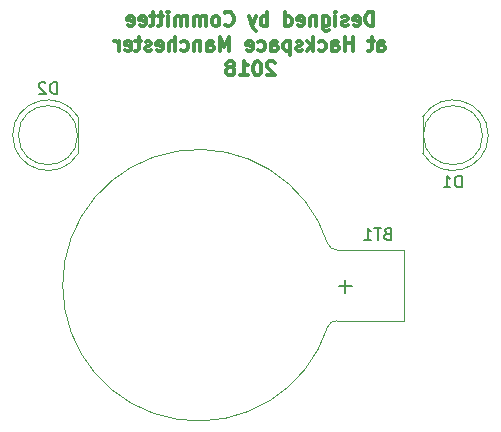
<source format=gbr>
G04 #@! TF.FileFunction,Legend,Bot*
%FSLAX46Y46*%
G04 Gerber Fmt 4.6, Leading zero omitted, Abs format (unit mm)*
G04 Created by KiCad (PCBNEW 4.0.7+dfsg1-1) date Sat Apr  7 12:07:35 2018*
%MOMM*%
%LPD*%
G01*
G04 APERTURE LIST*
%ADD10C,0.100000*%
%ADD11C,0.300000*%
%ADD12C,0.120000*%
%ADD13C,0.150000*%
G04 APERTURE END LIST*
D10*
D11*
X160259999Y-83452857D02*
X160259999Y-82252857D01*
X159974284Y-82252857D01*
X159802856Y-82310000D01*
X159688570Y-82424286D01*
X159631427Y-82538571D01*
X159574284Y-82767143D01*
X159574284Y-82938571D01*
X159631427Y-83167143D01*
X159688570Y-83281429D01*
X159802856Y-83395714D01*
X159974284Y-83452857D01*
X160259999Y-83452857D01*
X158602856Y-83395714D02*
X158717142Y-83452857D01*
X158945713Y-83452857D01*
X159059999Y-83395714D01*
X159117142Y-83281429D01*
X159117142Y-82824286D01*
X159059999Y-82710000D01*
X158945713Y-82652857D01*
X158717142Y-82652857D01*
X158602856Y-82710000D01*
X158545713Y-82824286D01*
X158545713Y-82938571D01*
X159117142Y-83052857D01*
X158088571Y-83395714D02*
X157974285Y-83452857D01*
X157745713Y-83452857D01*
X157631428Y-83395714D01*
X157574285Y-83281429D01*
X157574285Y-83224286D01*
X157631428Y-83110000D01*
X157745713Y-83052857D01*
X157917142Y-83052857D01*
X158031428Y-82995714D01*
X158088571Y-82881429D01*
X158088571Y-82824286D01*
X158031428Y-82710000D01*
X157917142Y-82652857D01*
X157745713Y-82652857D01*
X157631428Y-82710000D01*
X157059999Y-83452857D02*
X157059999Y-82652857D01*
X157059999Y-82252857D02*
X157117142Y-82310000D01*
X157059999Y-82367143D01*
X157002856Y-82310000D01*
X157059999Y-82252857D01*
X157059999Y-82367143D01*
X155974284Y-82652857D02*
X155974284Y-83624286D01*
X156031427Y-83738571D01*
X156088570Y-83795714D01*
X156202855Y-83852857D01*
X156374284Y-83852857D01*
X156488570Y-83795714D01*
X155974284Y-83395714D02*
X156088570Y-83452857D01*
X156317141Y-83452857D01*
X156431427Y-83395714D01*
X156488570Y-83338571D01*
X156545713Y-83224286D01*
X156545713Y-82881429D01*
X156488570Y-82767143D01*
X156431427Y-82710000D01*
X156317141Y-82652857D01*
X156088570Y-82652857D01*
X155974284Y-82710000D01*
X155402856Y-82652857D02*
X155402856Y-83452857D01*
X155402856Y-82767143D02*
X155345713Y-82710000D01*
X155231427Y-82652857D01*
X155059999Y-82652857D01*
X154945713Y-82710000D01*
X154888570Y-82824286D01*
X154888570Y-83452857D01*
X153859999Y-83395714D02*
X153974285Y-83452857D01*
X154202856Y-83452857D01*
X154317142Y-83395714D01*
X154374285Y-83281429D01*
X154374285Y-82824286D01*
X154317142Y-82710000D01*
X154202856Y-82652857D01*
X153974285Y-82652857D01*
X153859999Y-82710000D01*
X153802856Y-82824286D01*
X153802856Y-82938571D01*
X154374285Y-83052857D01*
X152774285Y-83452857D02*
X152774285Y-82252857D01*
X152774285Y-83395714D02*
X152888571Y-83452857D01*
X153117142Y-83452857D01*
X153231428Y-83395714D01*
X153288571Y-83338571D01*
X153345714Y-83224286D01*
X153345714Y-82881429D01*
X153288571Y-82767143D01*
X153231428Y-82710000D01*
X153117142Y-82652857D01*
X152888571Y-82652857D01*
X152774285Y-82710000D01*
X151288571Y-83452857D02*
X151288571Y-82252857D01*
X151288571Y-82710000D02*
X151174285Y-82652857D01*
X150945714Y-82652857D01*
X150831428Y-82710000D01*
X150774285Y-82767143D01*
X150717142Y-82881429D01*
X150717142Y-83224286D01*
X150774285Y-83338571D01*
X150831428Y-83395714D01*
X150945714Y-83452857D01*
X151174285Y-83452857D01*
X151288571Y-83395714D01*
X150317142Y-82652857D02*
X150031428Y-83452857D01*
X149745714Y-82652857D02*
X150031428Y-83452857D01*
X150145714Y-83738571D01*
X150202857Y-83795714D01*
X150317142Y-83852857D01*
X147688570Y-83338571D02*
X147745713Y-83395714D01*
X147917142Y-83452857D01*
X148031428Y-83452857D01*
X148202856Y-83395714D01*
X148317142Y-83281429D01*
X148374285Y-83167143D01*
X148431428Y-82938571D01*
X148431428Y-82767143D01*
X148374285Y-82538571D01*
X148317142Y-82424286D01*
X148202856Y-82310000D01*
X148031428Y-82252857D01*
X147917142Y-82252857D01*
X147745713Y-82310000D01*
X147688570Y-82367143D01*
X147002856Y-83452857D02*
X147117142Y-83395714D01*
X147174285Y-83338571D01*
X147231428Y-83224286D01*
X147231428Y-82881429D01*
X147174285Y-82767143D01*
X147117142Y-82710000D01*
X147002856Y-82652857D01*
X146831428Y-82652857D01*
X146717142Y-82710000D01*
X146659999Y-82767143D01*
X146602856Y-82881429D01*
X146602856Y-83224286D01*
X146659999Y-83338571D01*
X146717142Y-83395714D01*
X146831428Y-83452857D01*
X147002856Y-83452857D01*
X146088571Y-83452857D02*
X146088571Y-82652857D01*
X146088571Y-82767143D02*
X146031428Y-82710000D01*
X145917142Y-82652857D01*
X145745714Y-82652857D01*
X145631428Y-82710000D01*
X145574285Y-82824286D01*
X145574285Y-83452857D01*
X145574285Y-82824286D02*
X145517142Y-82710000D01*
X145402856Y-82652857D01*
X145231428Y-82652857D01*
X145117142Y-82710000D01*
X145059999Y-82824286D01*
X145059999Y-83452857D01*
X144488571Y-83452857D02*
X144488571Y-82652857D01*
X144488571Y-82767143D02*
X144431428Y-82710000D01*
X144317142Y-82652857D01*
X144145714Y-82652857D01*
X144031428Y-82710000D01*
X143974285Y-82824286D01*
X143974285Y-83452857D01*
X143974285Y-82824286D02*
X143917142Y-82710000D01*
X143802856Y-82652857D01*
X143631428Y-82652857D01*
X143517142Y-82710000D01*
X143459999Y-82824286D01*
X143459999Y-83452857D01*
X142888571Y-83452857D02*
X142888571Y-82652857D01*
X142888571Y-82252857D02*
X142945714Y-82310000D01*
X142888571Y-82367143D01*
X142831428Y-82310000D01*
X142888571Y-82252857D01*
X142888571Y-82367143D01*
X142488570Y-82652857D02*
X142031427Y-82652857D01*
X142317142Y-82252857D02*
X142317142Y-83281429D01*
X142259999Y-83395714D01*
X142145713Y-83452857D01*
X142031427Y-83452857D01*
X141802856Y-82652857D02*
X141345713Y-82652857D01*
X141631428Y-82252857D02*
X141631428Y-83281429D01*
X141574285Y-83395714D01*
X141459999Y-83452857D01*
X141345713Y-83452857D01*
X140488571Y-83395714D02*
X140602857Y-83452857D01*
X140831428Y-83452857D01*
X140945714Y-83395714D01*
X141002857Y-83281429D01*
X141002857Y-82824286D01*
X140945714Y-82710000D01*
X140831428Y-82652857D01*
X140602857Y-82652857D01*
X140488571Y-82710000D01*
X140431428Y-82824286D01*
X140431428Y-82938571D01*
X141002857Y-83052857D01*
X139460000Y-83395714D02*
X139574286Y-83452857D01*
X139802857Y-83452857D01*
X139917143Y-83395714D01*
X139974286Y-83281429D01*
X139974286Y-82824286D01*
X139917143Y-82710000D01*
X139802857Y-82652857D01*
X139574286Y-82652857D01*
X139460000Y-82710000D01*
X139402857Y-82824286D01*
X139402857Y-82938571D01*
X139974286Y-83052857D01*
X160688570Y-85552857D02*
X160688570Y-84924286D01*
X160745713Y-84810000D01*
X160859999Y-84752857D01*
X161088570Y-84752857D01*
X161202856Y-84810000D01*
X160688570Y-85495714D02*
X160802856Y-85552857D01*
X161088570Y-85552857D01*
X161202856Y-85495714D01*
X161259999Y-85381429D01*
X161259999Y-85267143D01*
X161202856Y-85152857D01*
X161088570Y-85095714D01*
X160802856Y-85095714D01*
X160688570Y-85038571D01*
X160288570Y-84752857D02*
X159831427Y-84752857D01*
X160117142Y-84352857D02*
X160117142Y-85381429D01*
X160059999Y-85495714D01*
X159945713Y-85552857D01*
X159831427Y-85552857D01*
X158517142Y-85552857D02*
X158517142Y-84352857D01*
X158517142Y-84924286D02*
X157831427Y-84924286D01*
X157831427Y-85552857D02*
X157831427Y-84352857D01*
X156745713Y-85552857D02*
X156745713Y-84924286D01*
X156802856Y-84810000D01*
X156917142Y-84752857D01*
X157145713Y-84752857D01*
X157259999Y-84810000D01*
X156745713Y-85495714D02*
X156859999Y-85552857D01*
X157145713Y-85552857D01*
X157259999Y-85495714D01*
X157317142Y-85381429D01*
X157317142Y-85267143D01*
X157259999Y-85152857D01*
X157145713Y-85095714D01*
X156859999Y-85095714D01*
X156745713Y-85038571D01*
X155659999Y-85495714D02*
X155774285Y-85552857D01*
X156002856Y-85552857D01*
X156117142Y-85495714D01*
X156174285Y-85438571D01*
X156231428Y-85324286D01*
X156231428Y-84981429D01*
X156174285Y-84867143D01*
X156117142Y-84810000D01*
X156002856Y-84752857D01*
X155774285Y-84752857D01*
X155659999Y-84810000D01*
X155145714Y-85552857D02*
X155145714Y-84352857D01*
X155031428Y-85095714D02*
X154688571Y-85552857D01*
X154688571Y-84752857D02*
X155145714Y-85210000D01*
X154231428Y-85495714D02*
X154117142Y-85552857D01*
X153888570Y-85552857D01*
X153774285Y-85495714D01*
X153717142Y-85381429D01*
X153717142Y-85324286D01*
X153774285Y-85210000D01*
X153888570Y-85152857D01*
X154059999Y-85152857D01*
X154174285Y-85095714D01*
X154231428Y-84981429D01*
X154231428Y-84924286D01*
X154174285Y-84810000D01*
X154059999Y-84752857D01*
X153888570Y-84752857D01*
X153774285Y-84810000D01*
X153202856Y-84752857D02*
X153202856Y-85952857D01*
X153202856Y-84810000D02*
X153088570Y-84752857D01*
X152859999Y-84752857D01*
X152745713Y-84810000D01*
X152688570Y-84867143D01*
X152631427Y-84981429D01*
X152631427Y-85324286D01*
X152688570Y-85438571D01*
X152745713Y-85495714D01*
X152859999Y-85552857D01*
X153088570Y-85552857D01*
X153202856Y-85495714D01*
X151602856Y-85552857D02*
X151602856Y-84924286D01*
X151659999Y-84810000D01*
X151774285Y-84752857D01*
X152002856Y-84752857D01*
X152117142Y-84810000D01*
X151602856Y-85495714D02*
X151717142Y-85552857D01*
X152002856Y-85552857D01*
X152117142Y-85495714D01*
X152174285Y-85381429D01*
X152174285Y-85267143D01*
X152117142Y-85152857D01*
X152002856Y-85095714D01*
X151717142Y-85095714D01*
X151602856Y-85038571D01*
X150517142Y-85495714D02*
X150631428Y-85552857D01*
X150859999Y-85552857D01*
X150974285Y-85495714D01*
X151031428Y-85438571D01*
X151088571Y-85324286D01*
X151088571Y-84981429D01*
X151031428Y-84867143D01*
X150974285Y-84810000D01*
X150859999Y-84752857D01*
X150631428Y-84752857D01*
X150517142Y-84810000D01*
X149545714Y-85495714D02*
X149660000Y-85552857D01*
X149888571Y-85552857D01*
X150002857Y-85495714D01*
X150060000Y-85381429D01*
X150060000Y-84924286D01*
X150002857Y-84810000D01*
X149888571Y-84752857D01*
X149660000Y-84752857D01*
X149545714Y-84810000D01*
X149488571Y-84924286D01*
X149488571Y-85038571D01*
X150060000Y-85152857D01*
X148060000Y-85552857D02*
X148060000Y-84352857D01*
X147660000Y-85210000D01*
X147260000Y-84352857D01*
X147260000Y-85552857D01*
X146174285Y-85552857D02*
X146174285Y-84924286D01*
X146231428Y-84810000D01*
X146345714Y-84752857D01*
X146574285Y-84752857D01*
X146688571Y-84810000D01*
X146174285Y-85495714D02*
X146288571Y-85552857D01*
X146574285Y-85552857D01*
X146688571Y-85495714D01*
X146745714Y-85381429D01*
X146745714Y-85267143D01*
X146688571Y-85152857D01*
X146574285Y-85095714D01*
X146288571Y-85095714D01*
X146174285Y-85038571D01*
X145602857Y-84752857D02*
X145602857Y-85552857D01*
X145602857Y-84867143D02*
X145545714Y-84810000D01*
X145431428Y-84752857D01*
X145260000Y-84752857D01*
X145145714Y-84810000D01*
X145088571Y-84924286D01*
X145088571Y-85552857D01*
X144002857Y-85495714D02*
X144117143Y-85552857D01*
X144345714Y-85552857D01*
X144460000Y-85495714D01*
X144517143Y-85438571D01*
X144574286Y-85324286D01*
X144574286Y-84981429D01*
X144517143Y-84867143D01*
X144460000Y-84810000D01*
X144345714Y-84752857D01*
X144117143Y-84752857D01*
X144002857Y-84810000D01*
X143488572Y-85552857D02*
X143488572Y-84352857D01*
X142974286Y-85552857D02*
X142974286Y-84924286D01*
X143031429Y-84810000D01*
X143145715Y-84752857D01*
X143317143Y-84752857D01*
X143431429Y-84810000D01*
X143488572Y-84867143D01*
X141945715Y-85495714D02*
X142060001Y-85552857D01*
X142288572Y-85552857D01*
X142402858Y-85495714D01*
X142460001Y-85381429D01*
X142460001Y-84924286D01*
X142402858Y-84810000D01*
X142288572Y-84752857D01*
X142060001Y-84752857D01*
X141945715Y-84810000D01*
X141888572Y-84924286D01*
X141888572Y-85038571D01*
X142460001Y-85152857D01*
X141431430Y-85495714D02*
X141317144Y-85552857D01*
X141088572Y-85552857D01*
X140974287Y-85495714D01*
X140917144Y-85381429D01*
X140917144Y-85324286D01*
X140974287Y-85210000D01*
X141088572Y-85152857D01*
X141260001Y-85152857D01*
X141374287Y-85095714D01*
X141431430Y-84981429D01*
X141431430Y-84924286D01*
X141374287Y-84810000D01*
X141260001Y-84752857D01*
X141088572Y-84752857D01*
X140974287Y-84810000D01*
X140574286Y-84752857D02*
X140117143Y-84752857D01*
X140402858Y-84352857D02*
X140402858Y-85381429D01*
X140345715Y-85495714D01*
X140231429Y-85552857D01*
X140117143Y-85552857D01*
X139260001Y-85495714D02*
X139374287Y-85552857D01*
X139602858Y-85552857D01*
X139717144Y-85495714D01*
X139774287Y-85381429D01*
X139774287Y-84924286D01*
X139717144Y-84810000D01*
X139602858Y-84752857D01*
X139374287Y-84752857D01*
X139260001Y-84810000D01*
X139202858Y-84924286D01*
X139202858Y-85038571D01*
X139774287Y-85152857D01*
X138688573Y-85552857D02*
X138688573Y-84752857D01*
X138688573Y-84981429D02*
X138631430Y-84867143D01*
X138574287Y-84810000D01*
X138460001Y-84752857D01*
X138345716Y-84752857D01*
X151917143Y-86567143D02*
X151860000Y-86510000D01*
X151745714Y-86452857D01*
X151460000Y-86452857D01*
X151345714Y-86510000D01*
X151288571Y-86567143D01*
X151231428Y-86681429D01*
X151231428Y-86795714D01*
X151288571Y-86967143D01*
X151974285Y-87652857D01*
X151231428Y-87652857D01*
X150488571Y-86452857D02*
X150374286Y-86452857D01*
X150260000Y-86510000D01*
X150202857Y-86567143D01*
X150145714Y-86681429D01*
X150088571Y-86910000D01*
X150088571Y-87195714D01*
X150145714Y-87424286D01*
X150202857Y-87538571D01*
X150260000Y-87595714D01*
X150374286Y-87652857D01*
X150488571Y-87652857D01*
X150602857Y-87595714D01*
X150660000Y-87538571D01*
X150717143Y-87424286D01*
X150774286Y-87195714D01*
X150774286Y-86910000D01*
X150717143Y-86681429D01*
X150660000Y-86567143D01*
X150602857Y-86510000D01*
X150488571Y-86452857D01*
X148945714Y-87652857D02*
X149631429Y-87652857D01*
X149288571Y-87652857D02*
X149288571Y-86452857D01*
X149402857Y-86624286D01*
X149517143Y-86738571D01*
X149631429Y-86795714D01*
X148260000Y-86967143D02*
X148374286Y-86910000D01*
X148431429Y-86852857D01*
X148488572Y-86738571D01*
X148488572Y-86681429D01*
X148431429Y-86567143D01*
X148374286Y-86510000D01*
X148260000Y-86452857D01*
X148031429Y-86452857D01*
X147917143Y-86510000D01*
X147860000Y-86567143D01*
X147802857Y-86681429D01*
X147802857Y-86738571D01*
X147860000Y-86852857D01*
X147917143Y-86910000D01*
X148031429Y-86967143D01*
X148260000Y-86967143D01*
X148374286Y-87024286D01*
X148431429Y-87081429D01*
X148488572Y-87195714D01*
X148488572Y-87424286D01*
X148431429Y-87538571D01*
X148374286Y-87595714D01*
X148260000Y-87652857D01*
X148031429Y-87652857D01*
X147917143Y-87595714D01*
X147860000Y-87538571D01*
X147802857Y-87424286D01*
X147802857Y-87195714D01*
X147860000Y-87081429D01*
X147917143Y-87024286D01*
X148031429Y-86967143D01*
D12*
X133959329Y-105364719D02*
G75*
G03X156405000Y-108910000I11495671J-45281D01*
G01*
X156403246Y-108936384D02*
G75*
G02X157155000Y-108410000I751754J-273616D01*
G01*
X133959329Y-105455281D02*
G75*
G02X156405000Y-101910000I11495671J45281D01*
G01*
X156403246Y-101883616D02*
G75*
G03X157155000Y-102410000I751754J273616D01*
G01*
X162855000Y-102410000D02*
X157155000Y-102410000D01*
X162855000Y-108410000D02*
X162855000Y-102410000D01*
X162855000Y-108410000D02*
X157155000Y-108410000D01*
X169995000Y-92709538D02*
G75*
G02X164445000Y-94254830I-2990000J-462D01*
G01*
X169995000Y-92710462D02*
G75*
G03X164445000Y-91165170I-2990000J462D01*
G01*
X169505000Y-92710000D02*
G75*
G03X169505000Y-92710000I-2500000J0D01*
G01*
X164445000Y-94255000D02*
X164445000Y-91165000D01*
X129725000Y-92710462D02*
G75*
G02X135275000Y-91165170I2990000J462D01*
G01*
X129725000Y-92709538D02*
G75*
G03X135275000Y-94254830I2990000J-462D01*
G01*
X135215000Y-92710000D02*
G75*
G03X135215000Y-92710000I-2500000J0D01*
G01*
X135275000Y-91165000D02*
X135275000Y-94255000D01*
D13*
X161440714Y-101038571D02*
X161297857Y-101086190D01*
X161250238Y-101133810D01*
X161202619Y-101229048D01*
X161202619Y-101371905D01*
X161250238Y-101467143D01*
X161297857Y-101514762D01*
X161393095Y-101562381D01*
X161774048Y-101562381D01*
X161774048Y-100562381D01*
X161440714Y-100562381D01*
X161345476Y-100610000D01*
X161297857Y-100657619D01*
X161250238Y-100752857D01*
X161250238Y-100848095D01*
X161297857Y-100943333D01*
X161345476Y-100990952D01*
X161440714Y-101038571D01*
X161774048Y-101038571D01*
X160916905Y-100562381D02*
X160345476Y-100562381D01*
X160631191Y-101562381D02*
X160631191Y-100562381D01*
X159488333Y-101562381D02*
X160059762Y-101562381D01*
X159774048Y-101562381D02*
X159774048Y-100562381D01*
X159869286Y-100705238D01*
X159964524Y-100800476D01*
X160059762Y-100848095D01*
X158476428Y-105517143D02*
X157333571Y-105517143D01*
X157905000Y-106088571D02*
X157905000Y-104945714D01*
X167743095Y-97122381D02*
X167743095Y-96122381D01*
X167505000Y-96122381D01*
X167362142Y-96170000D01*
X167266904Y-96265238D01*
X167219285Y-96360476D01*
X167171666Y-96550952D01*
X167171666Y-96693810D01*
X167219285Y-96884286D01*
X167266904Y-96979524D01*
X167362142Y-97074762D01*
X167505000Y-97122381D01*
X167743095Y-97122381D01*
X166219285Y-97122381D02*
X166790714Y-97122381D01*
X166505000Y-97122381D02*
X166505000Y-96122381D01*
X166600238Y-96265238D01*
X166695476Y-96360476D01*
X166790714Y-96408095D01*
X133453095Y-89202381D02*
X133453095Y-88202381D01*
X133215000Y-88202381D01*
X133072142Y-88250000D01*
X132976904Y-88345238D01*
X132929285Y-88440476D01*
X132881666Y-88630952D01*
X132881666Y-88773810D01*
X132929285Y-88964286D01*
X132976904Y-89059524D01*
X133072142Y-89154762D01*
X133215000Y-89202381D01*
X133453095Y-89202381D01*
X132500714Y-88297619D02*
X132453095Y-88250000D01*
X132357857Y-88202381D01*
X132119761Y-88202381D01*
X132024523Y-88250000D01*
X131976904Y-88297619D01*
X131929285Y-88392857D01*
X131929285Y-88488095D01*
X131976904Y-88630952D01*
X132548333Y-89202381D01*
X131929285Y-89202381D01*
M02*

</source>
